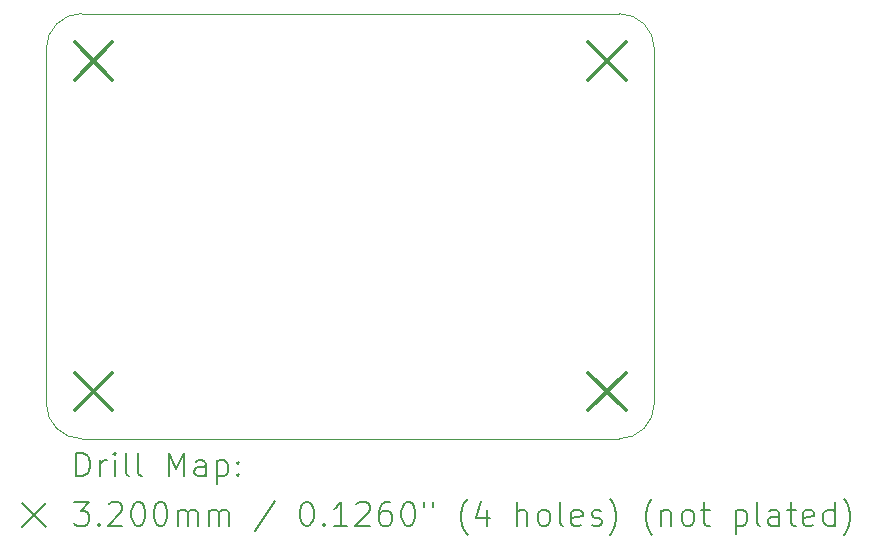
<source format=gbr>
%TF.GenerationSoftware,KiCad,Pcbnew,7.0.6*%
%TF.CreationDate,2024-09-27T11:16:26-07:00*%
%TF.ProjectId,MCU_DSP,4d43555f-4453-4502-9e6b-696361645f70,rev?*%
%TF.SameCoordinates,Original*%
%TF.FileFunction,Drillmap*%
%TF.FilePolarity,Positive*%
%FSLAX45Y45*%
G04 Gerber Fmt 4.5, Leading zero omitted, Abs format (unit mm)*
G04 Created by KiCad (PCBNEW 7.0.6) date 2024-09-27 11:16:26*
%MOMM*%
%LPD*%
G01*
G04 APERTURE LIST*
%ADD10C,0.100000*%
%ADD11C,0.200000*%
%ADD12C,0.320000*%
G04 APERTURE END LIST*
D10*
X18200000Y-16300000D02*
X18200000Y-13300000D01*
X23350000Y-13300000D02*
G75*
G03*
X23050000Y-13000000I-300000J0D01*
G01*
X18200000Y-16300000D02*
G75*
G03*
X18500000Y-16600000I300000J0D01*
G01*
X23050000Y-16600000D02*
G75*
G03*
X23350000Y-16300000I0J300000D01*
G01*
X18500000Y-13000000D02*
G75*
G03*
X18200000Y-13300000I0J-300000D01*
G01*
X18500000Y-13000000D02*
X23050000Y-13000000D01*
X23350000Y-13300000D02*
X23350000Y-16300000D01*
X23050000Y-16600000D02*
X18500000Y-16600000D01*
D11*
D12*
X18440000Y-13240000D02*
X18760000Y-13560000D01*
X18760000Y-13240000D02*
X18440000Y-13560000D01*
X18440000Y-16040000D02*
X18760000Y-16360000D01*
X18760000Y-16040000D02*
X18440000Y-16360000D01*
X22790000Y-13240000D02*
X23110000Y-13560000D01*
X23110000Y-13240000D02*
X22790000Y-13560000D01*
X22790000Y-16040000D02*
X23110000Y-16360000D01*
X23110000Y-16040000D02*
X22790000Y-16360000D01*
D11*
X18455777Y-16916484D02*
X18455777Y-16716484D01*
X18455777Y-16716484D02*
X18503396Y-16716484D01*
X18503396Y-16716484D02*
X18531967Y-16726008D01*
X18531967Y-16726008D02*
X18551015Y-16745055D01*
X18551015Y-16745055D02*
X18560539Y-16764103D01*
X18560539Y-16764103D02*
X18570063Y-16802198D01*
X18570063Y-16802198D02*
X18570063Y-16830770D01*
X18570063Y-16830770D02*
X18560539Y-16868865D01*
X18560539Y-16868865D02*
X18551015Y-16887912D01*
X18551015Y-16887912D02*
X18531967Y-16906960D01*
X18531967Y-16906960D02*
X18503396Y-16916484D01*
X18503396Y-16916484D02*
X18455777Y-16916484D01*
X18655777Y-16916484D02*
X18655777Y-16783150D01*
X18655777Y-16821246D02*
X18665301Y-16802198D01*
X18665301Y-16802198D02*
X18674824Y-16792674D01*
X18674824Y-16792674D02*
X18693872Y-16783150D01*
X18693872Y-16783150D02*
X18712920Y-16783150D01*
X18779586Y-16916484D02*
X18779586Y-16783150D01*
X18779586Y-16716484D02*
X18770063Y-16726008D01*
X18770063Y-16726008D02*
X18779586Y-16735531D01*
X18779586Y-16735531D02*
X18789110Y-16726008D01*
X18789110Y-16726008D02*
X18779586Y-16716484D01*
X18779586Y-16716484D02*
X18779586Y-16735531D01*
X18903396Y-16916484D02*
X18884348Y-16906960D01*
X18884348Y-16906960D02*
X18874824Y-16887912D01*
X18874824Y-16887912D02*
X18874824Y-16716484D01*
X19008158Y-16916484D02*
X18989110Y-16906960D01*
X18989110Y-16906960D02*
X18979586Y-16887912D01*
X18979586Y-16887912D02*
X18979586Y-16716484D01*
X19236729Y-16916484D02*
X19236729Y-16716484D01*
X19236729Y-16716484D02*
X19303396Y-16859341D01*
X19303396Y-16859341D02*
X19370063Y-16716484D01*
X19370063Y-16716484D02*
X19370063Y-16916484D01*
X19551015Y-16916484D02*
X19551015Y-16811722D01*
X19551015Y-16811722D02*
X19541491Y-16792674D01*
X19541491Y-16792674D02*
X19522444Y-16783150D01*
X19522444Y-16783150D02*
X19484348Y-16783150D01*
X19484348Y-16783150D02*
X19465301Y-16792674D01*
X19551015Y-16906960D02*
X19531967Y-16916484D01*
X19531967Y-16916484D02*
X19484348Y-16916484D01*
X19484348Y-16916484D02*
X19465301Y-16906960D01*
X19465301Y-16906960D02*
X19455777Y-16887912D01*
X19455777Y-16887912D02*
X19455777Y-16868865D01*
X19455777Y-16868865D02*
X19465301Y-16849817D01*
X19465301Y-16849817D02*
X19484348Y-16840293D01*
X19484348Y-16840293D02*
X19531967Y-16840293D01*
X19531967Y-16840293D02*
X19551015Y-16830770D01*
X19646253Y-16783150D02*
X19646253Y-16983150D01*
X19646253Y-16792674D02*
X19665301Y-16783150D01*
X19665301Y-16783150D02*
X19703396Y-16783150D01*
X19703396Y-16783150D02*
X19722444Y-16792674D01*
X19722444Y-16792674D02*
X19731967Y-16802198D01*
X19731967Y-16802198D02*
X19741491Y-16821246D01*
X19741491Y-16821246D02*
X19741491Y-16878389D01*
X19741491Y-16878389D02*
X19731967Y-16897436D01*
X19731967Y-16897436D02*
X19722444Y-16906960D01*
X19722444Y-16906960D02*
X19703396Y-16916484D01*
X19703396Y-16916484D02*
X19665301Y-16916484D01*
X19665301Y-16916484D02*
X19646253Y-16906960D01*
X19827205Y-16897436D02*
X19836729Y-16906960D01*
X19836729Y-16906960D02*
X19827205Y-16916484D01*
X19827205Y-16916484D02*
X19817682Y-16906960D01*
X19817682Y-16906960D02*
X19827205Y-16897436D01*
X19827205Y-16897436D02*
X19827205Y-16916484D01*
X19827205Y-16792674D02*
X19836729Y-16802198D01*
X19836729Y-16802198D02*
X19827205Y-16811722D01*
X19827205Y-16811722D02*
X19817682Y-16802198D01*
X19817682Y-16802198D02*
X19827205Y-16792674D01*
X19827205Y-16792674D02*
X19827205Y-16811722D01*
X17995000Y-17145000D02*
X18195000Y-17345000D01*
X18195000Y-17145000D02*
X17995000Y-17345000D01*
X18436729Y-17136484D02*
X18560539Y-17136484D01*
X18560539Y-17136484D02*
X18493872Y-17212674D01*
X18493872Y-17212674D02*
X18522444Y-17212674D01*
X18522444Y-17212674D02*
X18541491Y-17222198D01*
X18541491Y-17222198D02*
X18551015Y-17231722D01*
X18551015Y-17231722D02*
X18560539Y-17250770D01*
X18560539Y-17250770D02*
X18560539Y-17298389D01*
X18560539Y-17298389D02*
X18551015Y-17317436D01*
X18551015Y-17317436D02*
X18541491Y-17326960D01*
X18541491Y-17326960D02*
X18522444Y-17336484D01*
X18522444Y-17336484D02*
X18465301Y-17336484D01*
X18465301Y-17336484D02*
X18446253Y-17326960D01*
X18446253Y-17326960D02*
X18436729Y-17317436D01*
X18646253Y-17317436D02*
X18655777Y-17326960D01*
X18655777Y-17326960D02*
X18646253Y-17336484D01*
X18646253Y-17336484D02*
X18636729Y-17326960D01*
X18636729Y-17326960D02*
X18646253Y-17317436D01*
X18646253Y-17317436D02*
X18646253Y-17336484D01*
X18731967Y-17155531D02*
X18741491Y-17146008D01*
X18741491Y-17146008D02*
X18760539Y-17136484D01*
X18760539Y-17136484D02*
X18808158Y-17136484D01*
X18808158Y-17136484D02*
X18827205Y-17146008D01*
X18827205Y-17146008D02*
X18836729Y-17155531D01*
X18836729Y-17155531D02*
X18846253Y-17174579D01*
X18846253Y-17174579D02*
X18846253Y-17193627D01*
X18846253Y-17193627D02*
X18836729Y-17222198D01*
X18836729Y-17222198D02*
X18722444Y-17336484D01*
X18722444Y-17336484D02*
X18846253Y-17336484D01*
X18970063Y-17136484D02*
X18989110Y-17136484D01*
X18989110Y-17136484D02*
X19008158Y-17146008D01*
X19008158Y-17146008D02*
X19017682Y-17155531D01*
X19017682Y-17155531D02*
X19027205Y-17174579D01*
X19027205Y-17174579D02*
X19036729Y-17212674D01*
X19036729Y-17212674D02*
X19036729Y-17260293D01*
X19036729Y-17260293D02*
X19027205Y-17298389D01*
X19027205Y-17298389D02*
X19017682Y-17317436D01*
X19017682Y-17317436D02*
X19008158Y-17326960D01*
X19008158Y-17326960D02*
X18989110Y-17336484D01*
X18989110Y-17336484D02*
X18970063Y-17336484D01*
X18970063Y-17336484D02*
X18951015Y-17326960D01*
X18951015Y-17326960D02*
X18941491Y-17317436D01*
X18941491Y-17317436D02*
X18931967Y-17298389D01*
X18931967Y-17298389D02*
X18922444Y-17260293D01*
X18922444Y-17260293D02*
X18922444Y-17212674D01*
X18922444Y-17212674D02*
X18931967Y-17174579D01*
X18931967Y-17174579D02*
X18941491Y-17155531D01*
X18941491Y-17155531D02*
X18951015Y-17146008D01*
X18951015Y-17146008D02*
X18970063Y-17136484D01*
X19160539Y-17136484D02*
X19179586Y-17136484D01*
X19179586Y-17136484D02*
X19198634Y-17146008D01*
X19198634Y-17146008D02*
X19208158Y-17155531D01*
X19208158Y-17155531D02*
X19217682Y-17174579D01*
X19217682Y-17174579D02*
X19227205Y-17212674D01*
X19227205Y-17212674D02*
X19227205Y-17260293D01*
X19227205Y-17260293D02*
X19217682Y-17298389D01*
X19217682Y-17298389D02*
X19208158Y-17317436D01*
X19208158Y-17317436D02*
X19198634Y-17326960D01*
X19198634Y-17326960D02*
X19179586Y-17336484D01*
X19179586Y-17336484D02*
X19160539Y-17336484D01*
X19160539Y-17336484D02*
X19141491Y-17326960D01*
X19141491Y-17326960D02*
X19131967Y-17317436D01*
X19131967Y-17317436D02*
X19122444Y-17298389D01*
X19122444Y-17298389D02*
X19112920Y-17260293D01*
X19112920Y-17260293D02*
X19112920Y-17212674D01*
X19112920Y-17212674D02*
X19122444Y-17174579D01*
X19122444Y-17174579D02*
X19131967Y-17155531D01*
X19131967Y-17155531D02*
X19141491Y-17146008D01*
X19141491Y-17146008D02*
X19160539Y-17136484D01*
X19312920Y-17336484D02*
X19312920Y-17203150D01*
X19312920Y-17222198D02*
X19322444Y-17212674D01*
X19322444Y-17212674D02*
X19341491Y-17203150D01*
X19341491Y-17203150D02*
X19370063Y-17203150D01*
X19370063Y-17203150D02*
X19389110Y-17212674D01*
X19389110Y-17212674D02*
X19398634Y-17231722D01*
X19398634Y-17231722D02*
X19398634Y-17336484D01*
X19398634Y-17231722D02*
X19408158Y-17212674D01*
X19408158Y-17212674D02*
X19427205Y-17203150D01*
X19427205Y-17203150D02*
X19455777Y-17203150D01*
X19455777Y-17203150D02*
X19474825Y-17212674D01*
X19474825Y-17212674D02*
X19484348Y-17231722D01*
X19484348Y-17231722D02*
X19484348Y-17336484D01*
X19579586Y-17336484D02*
X19579586Y-17203150D01*
X19579586Y-17222198D02*
X19589110Y-17212674D01*
X19589110Y-17212674D02*
X19608158Y-17203150D01*
X19608158Y-17203150D02*
X19636729Y-17203150D01*
X19636729Y-17203150D02*
X19655777Y-17212674D01*
X19655777Y-17212674D02*
X19665301Y-17231722D01*
X19665301Y-17231722D02*
X19665301Y-17336484D01*
X19665301Y-17231722D02*
X19674825Y-17212674D01*
X19674825Y-17212674D02*
X19693872Y-17203150D01*
X19693872Y-17203150D02*
X19722444Y-17203150D01*
X19722444Y-17203150D02*
X19741491Y-17212674D01*
X19741491Y-17212674D02*
X19751015Y-17231722D01*
X19751015Y-17231722D02*
X19751015Y-17336484D01*
X20141491Y-17126960D02*
X19970063Y-17384103D01*
X20398634Y-17136484D02*
X20417682Y-17136484D01*
X20417682Y-17136484D02*
X20436729Y-17146008D01*
X20436729Y-17146008D02*
X20446253Y-17155531D01*
X20446253Y-17155531D02*
X20455777Y-17174579D01*
X20455777Y-17174579D02*
X20465301Y-17212674D01*
X20465301Y-17212674D02*
X20465301Y-17260293D01*
X20465301Y-17260293D02*
X20455777Y-17298389D01*
X20455777Y-17298389D02*
X20446253Y-17317436D01*
X20446253Y-17317436D02*
X20436729Y-17326960D01*
X20436729Y-17326960D02*
X20417682Y-17336484D01*
X20417682Y-17336484D02*
X20398634Y-17336484D01*
X20398634Y-17336484D02*
X20379587Y-17326960D01*
X20379587Y-17326960D02*
X20370063Y-17317436D01*
X20370063Y-17317436D02*
X20360539Y-17298389D01*
X20360539Y-17298389D02*
X20351015Y-17260293D01*
X20351015Y-17260293D02*
X20351015Y-17212674D01*
X20351015Y-17212674D02*
X20360539Y-17174579D01*
X20360539Y-17174579D02*
X20370063Y-17155531D01*
X20370063Y-17155531D02*
X20379587Y-17146008D01*
X20379587Y-17146008D02*
X20398634Y-17136484D01*
X20551015Y-17317436D02*
X20560539Y-17326960D01*
X20560539Y-17326960D02*
X20551015Y-17336484D01*
X20551015Y-17336484D02*
X20541491Y-17326960D01*
X20541491Y-17326960D02*
X20551015Y-17317436D01*
X20551015Y-17317436D02*
X20551015Y-17336484D01*
X20751015Y-17336484D02*
X20636729Y-17336484D01*
X20693872Y-17336484D02*
X20693872Y-17136484D01*
X20693872Y-17136484D02*
X20674825Y-17165055D01*
X20674825Y-17165055D02*
X20655777Y-17184103D01*
X20655777Y-17184103D02*
X20636729Y-17193627D01*
X20827206Y-17155531D02*
X20836729Y-17146008D01*
X20836729Y-17146008D02*
X20855777Y-17136484D01*
X20855777Y-17136484D02*
X20903396Y-17136484D01*
X20903396Y-17136484D02*
X20922444Y-17146008D01*
X20922444Y-17146008D02*
X20931968Y-17155531D01*
X20931968Y-17155531D02*
X20941491Y-17174579D01*
X20941491Y-17174579D02*
X20941491Y-17193627D01*
X20941491Y-17193627D02*
X20931968Y-17222198D01*
X20931968Y-17222198D02*
X20817682Y-17336484D01*
X20817682Y-17336484D02*
X20941491Y-17336484D01*
X21112920Y-17136484D02*
X21074825Y-17136484D01*
X21074825Y-17136484D02*
X21055777Y-17146008D01*
X21055777Y-17146008D02*
X21046253Y-17155531D01*
X21046253Y-17155531D02*
X21027206Y-17184103D01*
X21027206Y-17184103D02*
X21017682Y-17222198D01*
X21017682Y-17222198D02*
X21017682Y-17298389D01*
X21017682Y-17298389D02*
X21027206Y-17317436D01*
X21027206Y-17317436D02*
X21036729Y-17326960D01*
X21036729Y-17326960D02*
X21055777Y-17336484D01*
X21055777Y-17336484D02*
X21093872Y-17336484D01*
X21093872Y-17336484D02*
X21112920Y-17326960D01*
X21112920Y-17326960D02*
X21122444Y-17317436D01*
X21122444Y-17317436D02*
X21131968Y-17298389D01*
X21131968Y-17298389D02*
X21131968Y-17250770D01*
X21131968Y-17250770D02*
X21122444Y-17231722D01*
X21122444Y-17231722D02*
X21112920Y-17222198D01*
X21112920Y-17222198D02*
X21093872Y-17212674D01*
X21093872Y-17212674D02*
X21055777Y-17212674D01*
X21055777Y-17212674D02*
X21036729Y-17222198D01*
X21036729Y-17222198D02*
X21027206Y-17231722D01*
X21027206Y-17231722D02*
X21017682Y-17250770D01*
X21255777Y-17136484D02*
X21274825Y-17136484D01*
X21274825Y-17136484D02*
X21293872Y-17146008D01*
X21293872Y-17146008D02*
X21303396Y-17155531D01*
X21303396Y-17155531D02*
X21312920Y-17174579D01*
X21312920Y-17174579D02*
X21322444Y-17212674D01*
X21322444Y-17212674D02*
X21322444Y-17260293D01*
X21322444Y-17260293D02*
X21312920Y-17298389D01*
X21312920Y-17298389D02*
X21303396Y-17317436D01*
X21303396Y-17317436D02*
X21293872Y-17326960D01*
X21293872Y-17326960D02*
X21274825Y-17336484D01*
X21274825Y-17336484D02*
X21255777Y-17336484D01*
X21255777Y-17336484D02*
X21236729Y-17326960D01*
X21236729Y-17326960D02*
X21227206Y-17317436D01*
X21227206Y-17317436D02*
X21217682Y-17298389D01*
X21217682Y-17298389D02*
X21208158Y-17260293D01*
X21208158Y-17260293D02*
X21208158Y-17212674D01*
X21208158Y-17212674D02*
X21217682Y-17174579D01*
X21217682Y-17174579D02*
X21227206Y-17155531D01*
X21227206Y-17155531D02*
X21236729Y-17146008D01*
X21236729Y-17146008D02*
X21255777Y-17136484D01*
X21398634Y-17136484D02*
X21398634Y-17174579D01*
X21474825Y-17136484D02*
X21474825Y-17174579D01*
X21770063Y-17412674D02*
X21760539Y-17403150D01*
X21760539Y-17403150D02*
X21741491Y-17374579D01*
X21741491Y-17374579D02*
X21731968Y-17355531D01*
X21731968Y-17355531D02*
X21722444Y-17326960D01*
X21722444Y-17326960D02*
X21712920Y-17279341D01*
X21712920Y-17279341D02*
X21712920Y-17241246D01*
X21712920Y-17241246D02*
X21722444Y-17193627D01*
X21722444Y-17193627D02*
X21731968Y-17165055D01*
X21731968Y-17165055D02*
X21741491Y-17146008D01*
X21741491Y-17146008D02*
X21760539Y-17117436D01*
X21760539Y-17117436D02*
X21770063Y-17107912D01*
X21931968Y-17203150D02*
X21931968Y-17336484D01*
X21884349Y-17126960D02*
X21836730Y-17269817D01*
X21836730Y-17269817D02*
X21960539Y-17269817D01*
X22189111Y-17336484D02*
X22189111Y-17136484D01*
X22274825Y-17336484D02*
X22274825Y-17231722D01*
X22274825Y-17231722D02*
X22265301Y-17212674D01*
X22265301Y-17212674D02*
X22246253Y-17203150D01*
X22246253Y-17203150D02*
X22217682Y-17203150D01*
X22217682Y-17203150D02*
X22198634Y-17212674D01*
X22198634Y-17212674D02*
X22189111Y-17222198D01*
X22398634Y-17336484D02*
X22379587Y-17326960D01*
X22379587Y-17326960D02*
X22370063Y-17317436D01*
X22370063Y-17317436D02*
X22360539Y-17298389D01*
X22360539Y-17298389D02*
X22360539Y-17241246D01*
X22360539Y-17241246D02*
X22370063Y-17222198D01*
X22370063Y-17222198D02*
X22379587Y-17212674D01*
X22379587Y-17212674D02*
X22398634Y-17203150D01*
X22398634Y-17203150D02*
X22427206Y-17203150D01*
X22427206Y-17203150D02*
X22446253Y-17212674D01*
X22446253Y-17212674D02*
X22455777Y-17222198D01*
X22455777Y-17222198D02*
X22465301Y-17241246D01*
X22465301Y-17241246D02*
X22465301Y-17298389D01*
X22465301Y-17298389D02*
X22455777Y-17317436D01*
X22455777Y-17317436D02*
X22446253Y-17326960D01*
X22446253Y-17326960D02*
X22427206Y-17336484D01*
X22427206Y-17336484D02*
X22398634Y-17336484D01*
X22579587Y-17336484D02*
X22560539Y-17326960D01*
X22560539Y-17326960D02*
X22551015Y-17307912D01*
X22551015Y-17307912D02*
X22551015Y-17136484D01*
X22731968Y-17326960D02*
X22712920Y-17336484D01*
X22712920Y-17336484D02*
X22674825Y-17336484D01*
X22674825Y-17336484D02*
X22655777Y-17326960D01*
X22655777Y-17326960D02*
X22646253Y-17307912D01*
X22646253Y-17307912D02*
X22646253Y-17231722D01*
X22646253Y-17231722D02*
X22655777Y-17212674D01*
X22655777Y-17212674D02*
X22674825Y-17203150D01*
X22674825Y-17203150D02*
X22712920Y-17203150D01*
X22712920Y-17203150D02*
X22731968Y-17212674D01*
X22731968Y-17212674D02*
X22741491Y-17231722D01*
X22741491Y-17231722D02*
X22741491Y-17250770D01*
X22741491Y-17250770D02*
X22646253Y-17269817D01*
X22817682Y-17326960D02*
X22836730Y-17336484D01*
X22836730Y-17336484D02*
X22874825Y-17336484D01*
X22874825Y-17336484D02*
X22893872Y-17326960D01*
X22893872Y-17326960D02*
X22903396Y-17307912D01*
X22903396Y-17307912D02*
X22903396Y-17298389D01*
X22903396Y-17298389D02*
X22893872Y-17279341D01*
X22893872Y-17279341D02*
X22874825Y-17269817D01*
X22874825Y-17269817D02*
X22846253Y-17269817D01*
X22846253Y-17269817D02*
X22827206Y-17260293D01*
X22827206Y-17260293D02*
X22817682Y-17241246D01*
X22817682Y-17241246D02*
X22817682Y-17231722D01*
X22817682Y-17231722D02*
X22827206Y-17212674D01*
X22827206Y-17212674D02*
X22846253Y-17203150D01*
X22846253Y-17203150D02*
X22874825Y-17203150D01*
X22874825Y-17203150D02*
X22893872Y-17212674D01*
X22970063Y-17412674D02*
X22979587Y-17403150D01*
X22979587Y-17403150D02*
X22998634Y-17374579D01*
X22998634Y-17374579D02*
X23008158Y-17355531D01*
X23008158Y-17355531D02*
X23017682Y-17326960D01*
X23017682Y-17326960D02*
X23027206Y-17279341D01*
X23027206Y-17279341D02*
X23027206Y-17241246D01*
X23027206Y-17241246D02*
X23017682Y-17193627D01*
X23017682Y-17193627D02*
X23008158Y-17165055D01*
X23008158Y-17165055D02*
X22998634Y-17146008D01*
X22998634Y-17146008D02*
X22979587Y-17117436D01*
X22979587Y-17117436D02*
X22970063Y-17107912D01*
X23331968Y-17412674D02*
X23322444Y-17403150D01*
X23322444Y-17403150D02*
X23303396Y-17374579D01*
X23303396Y-17374579D02*
X23293872Y-17355531D01*
X23293872Y-17355531D02*
X23284349Y-17326960D01*
X23284349Y-17326960D02*
X23274825Y-17279341D01*
X23274825Y-17279341D02*
X23274825Y-17241246D01*
X23274825Y-17241246D02*
X23284349Y-17193627D01*
X23284349Y-17193627D02*
X23293872Y-17165055D01*
X23293872Y-17165055D02*
X23303396Y-17146008D01*
X23303396Y-17146008D02*
X23322444Y-17117436D01*
X23322444Y-17117436D02*
X23331968Y-17107912D01*
X23408158Y-17203150D02*
X23408158Y-17336484D01*
X23408158Y-17222198D02*
X23417682Y-17212674D01*
X23417682Y-17212674D02*
X23436730Y-17203150D01*
X23436730Y-17203150D02*
X23465301Y-17203150D01*
X23465301Y-17203150D02*
X23484349Y-17212674D01*
X23484349Y-17212674D02*
X23493872Y-17231722D01*
X23493872Y-17231722D02*
X23493872Y-17336484D01*
X23617682Y-17336484D02*
X23598634Y-17326960D01*
X23598634Y-17326960D02*
X23589111Y-17317436D01*
X23589111Y-17317436D02*
X23579587Y-17298389D01*
X23579587Y-17298389D02*
X23579587Y-17241246D01*
X23579587Y-17241246D02*
X23589111Y-17222198D01*
X23589111Y-17222198D02*
X23598634Y-17212674D01*
X23598634Y-17212674D02*
X23617682Y-17203150D01*
X23617682Y-17203150D02*
X23646253Y-17203150D01*
X23646253Y-17203150D02*
X23665301Y-17212674D01*
X23665301Y-17212674D02*
X23674825Y-17222198D01*
X23674825Y-17222198D02*
X23684349Y-17241246D01*
X23684349Y-17241246D02*
X23684349Y-17298389D01*
X23684349Y-17298389D02*
X23674825Y-17317436D01*
X23674825Y-17317436D02*
X23665301Y-17326960D01*
X23665301Y-17326960D02*
X23646253Y-17336484D01*
X23646253Y-17336484D02*
X23617682Y-17336484D01*
X23741492Y-17203150D02*
X23817682Y-17203150D01*
X23770063Y-17136484D02*
X23770063Y-17307912D01*
X23770063Y-17307912D02*
X23779587Y-17326960D01*
X23779587Y-17326960D02*
X23798634Y-17336484D01*
X23798634Y-17336484D02*
X23817682Y-17336484D01*
X24036730Y-17203150D02*
X24036730Y-17403150D01*
X24036730Y-17212674D02*
X24055777Y-17203150D01*
X24055777Y-17203150D02*
X24093873Y-17203150D01*
X24093873Y-17203150D02*
X24112920Y-17212674D01*
X24112920Y-17212674D02*
X24122444Y-17222198D01*
X24122444Y-17222198D02*
X24131968Y-17241246D01*
X24131968Y-17241246D02*
X24131968Y-17298389D01*
X24131968Y-17298389D02*
X24122444Y-17317436D01*
X24122444Y-17317436D02*
X24112920Y-17326960D01*
X24112920Y-17326960D02*
X24093873Y-17336484D01*
X24093873Y-17336484D02*
X24055777Y-17336484D01*
X24055777Y-17336484D02*
X24036730Y-17326960D01*
X24246253Y-17336484D02*
X24227206Y-17326960D01*
X24227206Y-17326960D02*
X24217682Y-17307912D01*
X24217682Y-17307912D02*
X24217682Y-17136484D01*
X24408158Y-17336484D02*
X24408158Y-17231722D01*
X24408158Y-17231722D02*
X24398634Y-17212674D01*
X24398634Y-17212674D02*
X24379587Y-17203150D01*
X24379587Y-17203150D02*
X24341492Y-17203150D01*
X24341492Y-17203150D02*
X24322444Y-17212674D01*
X24408158Y-17326960D02*
X24389111Y-17336484D01*
X24389111Y-17336484D02*
X24341492Y-17336484D01*
X24341492Y-17336484D02*
X24322444Y-17326960D01*
X24322444Y-17326960D02*
X24312920Y-17307912D01*
X24312920Y-17307912D02*
X24312920Y-17288865D01*
X24312920Y-17288865D02*
X24322444Y-17269817D01*
X24322444Y-17269817D02*
X24341492Y-17260293D01*
X24341492Y-17260293D02*
X24389111Y-17260293D01*
X24389111Y-17260293D02*
X24408158Y-17250770D01*
X24474825Y-17203150D02*
X24551015Y-17203150D01*
X24503396Y-17136484D02*
X24503396Y-17307912D01*
X24503396Y-17307912D02*
X24512920Y-17326960D01*
X24512920Y-17326960D02*
X24531968Y-17336484D01*
X24531968Y-17336484D02*
X24551015Y-17336484D01*
X24693873Y-17326960D02*
X24674825Y-17336484D01*
X24674825Y-17336484D02*
X24636730Y-17336484D01*
X24636730Y-17336484D02*
X24617682Y-17326960D01*
X24617682Y-17326960D02*
X24608158Y-17307912D01*
X24608158Y-17307912D02*
X24608158Y-17231722D01*
X24608158Y-17231722D02*
X24617682Y-17212674D01*
X24617682Y-17212674D02*
X24636730Y-17203150D01*
X24636730Y-17203150D02*
X24674825Y-17203150D01*
X24674825Y-17203150D02*
X24693873Y-17212674D01*
X24693873Y-17212674D02*
X24703396Y-17231722D01*
X24703396Y-17231722D02*
X24703396Y-17250770D01*
X24703396Y-17250770D02*
X24608158Y-17269817D01*
X24874825Y-17336484D02*
X24874825Y-17136484D01*
X24874825Y-17326960D02*
X24855777Y-17336484D01*
X24855777Y-17336484D02*
X24817682Y-17336484D01*
X24817682Y-17336484D02*
X24798634Y-17326960D01*
X24798634Y-17326960D02*
X24789111Y-17317436D01*
X24789111Y-17317436D02*
X24779587Y-17298389D01*
X24779587Y-17298389D02*
X24779587Y-17241246D01*
X24779587Y-17241246D02*
X24789111Y-17222198D01*
X24789111Y-17222198D02*
X24798634Y-17212674D01*
X24798634Y-17212674D02*
X24817682Y-17203150D01*
X24817682Y-17203150D02*
X24855777Y-17203150D01*
X24855777Y-17203150D02*
X24874825Y-17212674D01*
X24951015Y-17412674D02*
X24960539Y-17403150D01*
X24960539Y-17403150D02*
X24979587Y-17374579D01*
X24979587Y-17374579D02*
X24989111Y-17355531D01*
X24989111Y-17355531D02*
X24998634Y-17326960D01*
X24998634Y-17326960D02*
X25008158Y-17279341D01*
X25008158Y-17279341D02*
X25008158Y-17241246D01*
X25008158Y-17241246D02*
X24998634Y-17193627D01*
X24998634Y-17193627D02*
X24989111Y-17165055D01*
X24989111Y-17165055D02*
X24979587Y-17146008D01*
X24979587Y-17146008D02*
X24960539Y-17117436D01*
X24960539Y-17117436D02*
X24951015Y-17107912D01*
M02*

</source>
